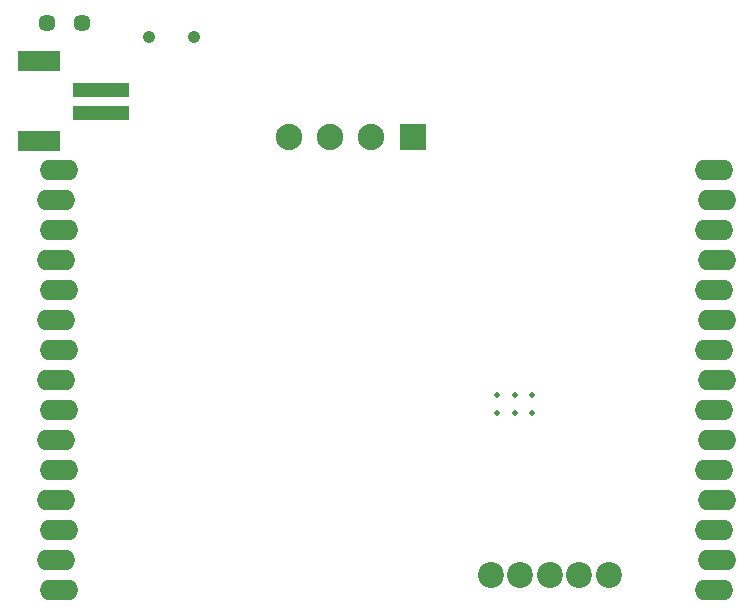
<source format=gbr>
%TF.GenerationSoftware,KiCad,Pcbnew,(5.1.6)-1*%
%TF.CreationDate,2020-08-29T17:57:31+05:30*%
%TF.ProjectId,TENET,54454e45-542e-46b6-9963-61645f706362,Minor Project*%
%TF.SameCoordinates,Original*%
%TF.FileFunction,Soldermask,Bot*%
%TF.FilePolarity,Negative*%
%FSLAX46Y46*%
G04 Gerber Fmt 4.6, Leading zero omitted, Abs format (unit mm)*
G04 Created by KiCad (PCBNEW (5.1.6)-1) date 2020-08-29 17:57:31*
%MOMM*%
%LPD*%
G01*
G04 APERTURE LIST*
%ADD10O,3.251200X1.727200*%
%ADD11C,1.051560*%
%ADD12C,1.446200*%
%ADD13C,0.480000*%
%ADD14R,3.601720X1.800860*%
%ADD15R,4.803140X1.201420*%
%ADD16C,2.200000*%
%ADD17C,2.235200*%
%ADD18R,2.235200X2.235200*%
G04 APERTURE END LIST*
D10*
%TO.C,J4*%
X181483000Y-77470000D03*
X181737000Y-80010000D03*
X181483000Y-82550000D03*
X181737000Y-85090000D03*
X181483000Y-87630000D03*
X181737000Y-90170000D03*
X181483000Y-92710000D03*
X181737000Y-95250000D03*
X181483000Y-97790000D03*
X181737000Y-100330000D03*
X181483000Y-102870000D03*
X181737000Y-105410000D03*
X181483000Y-107950000D03*
X181737000Y-110490000D03*
X181483000Y-113030000D03*
%TD*%
D11*
%TO.C,J1*%
X133609080Y-66207640D03*
X137408920Y-66207640D03*
%TD*%
D12*
%TO.C,U10*%
X124992000Y-65024400D03*
X127992000Y-65024400D03*
%TD*%
D13*
%TO.C,U6*%
X163092000Y-96538000D03*
X164592000Y-96538000D03*
X166092000Y-96538000D03*
X163092000Y-98038000D03*
X164592000Y-98038000D03*
X166092000Y-98038000D03*
%TD*%
D14*
%TO.C,J6*%
X124343160Y-75044300D03*
X124343160Y-68247260D03*
D15*
X129540000Y-72644000D03*
X129540000Y-70647560D03*
%TD*%
D16*
%TO.C,J5*%
X172560000Y-111760000D03*
X170060000Y-111760000D03*
X167560000Y-111760000D03*
X165060000Y-111760000D03*
X162560000Y-111760000D03*
%TD*%
D10*
%TO.C,J3*%
X125984000Y-113030000D03*
X125730000Y-110490000D03*
X125984000Y-107950000D03*
X125730000Y-105410000D03*
X125984000Y-102870000D03*
X125730000Y-100330000D03*
X125984000Y-97790000D03*
X125730000Y-95250000D03*
X125984000Y-92710000D03*
X125730000Y-90170000D03*
X125984000Y-87630000D03*
X125730000Y-85090000D03*
X125984000Y-82550000D03*
X125730000Y-80010000D03*
X125984000Y-77470000D03*
%TD*%
D17*
%TO.C,J2*%
X145458180Y-74676000D03*
X148958300Y-74676000D03*
X152458420Y-74676000D03*
D18*
X155956000Y-74676000D03*
%TD*%
M02*

</source>
